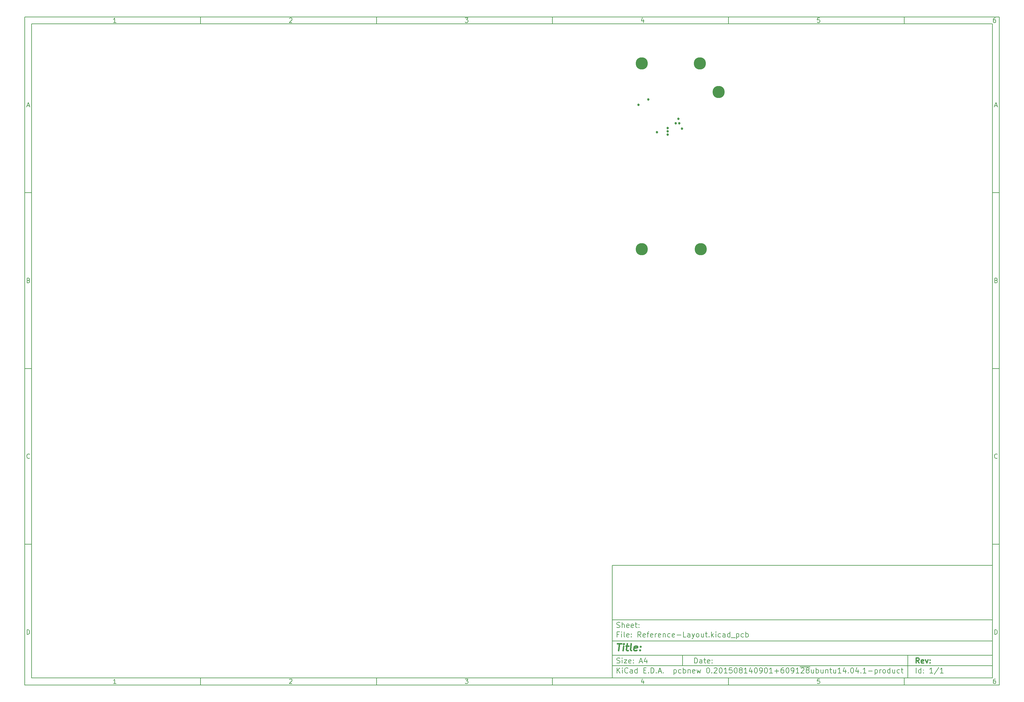
<source format=gbr>
G04 #@! TF.FileFunction,Copper,L10,Bot,Signal*
%FSLAX46Y46*%
G04 Gerber Fmt 4.6, Leading zero omitted, Abs format (unit mm)*
G04 Created by KiCad (PCBNEW 0.201508140901+6091~28~ubuntu14.04.1-product) date Tue 03 Nov 2015 04:29:36 AM PST*
%MOMM*%
G01*
G04 APERTURE LIST*
%ADD10C,0.076200*%
%ADD11C,0.150000*%
%ADD12C,0.300000*%
%ADD13C,0.400000*%
%ADD14C,1.320800*%
%ADD15C,3.479800*%
%ADD16C,0.685800*%
G04 APERTURE END LIST*
D10*
D11*
X177002200Y-166007200D02*
X177002200Y-198007200D01*
X285002200Y-198007200D01*
X285002200Y-166007200D01*
X177002200Y-166007200D01*
D10*
D11*
X10000000Y-10000000D02*
X10000000Y-200007200D01*
X287002200Y-200007200D01*
X287002200Y-10000000D01*
X10000000Y-10000000D01*
D10*
D11*
X12000000Y-12000000D02*
X12000000Y-198007200D01*
X285002200Y-198007200D01*
X285002200Y-12000000D01*
X12000000Y-12000000D01*
D10*
D11*
X60000000Y-12000000D02*
X60000000Y-10000000D01*
D10*
D11*
X110000000Y-12000000D02*
X110000000Y-10000000D01*
D10*
D11*
X160000000Y-12000000D02*
X160000000Y-10000000D01*
D10*
D11*
X210000000Y-12000000D02*
X210000000Y-10000000D01*
D10*
D11*
X260000000Y-12000000D02*
X260000000Y-10000000D01*
D10*
D11*
X35990476Y-11588095D02*
X35247619Y-11588095D01*
X35619048Y-11588095D02*
X35619048Y-10288095D01*
X35495238Y-10473810D01*
X35371429Y-10597619D01*
X35247619Y-10659524D01*
D10*
D11*
X85247619Y-10411905D02*
X85309524Y-10350000D01*
X85433333Y-10288095D01*
X85742857Y-10288095D01*
X85866667Y-10350000D01*
X85928571Y-10411905D01*
X85990476Y-10535714D01*
X85990476Y-10659524D01*
X85928571Y-10845238D01*
X85185714Y-11588095D01*
X85990476Y-11588095D01*
D10*
D11*
X135185714Y-10288095D02*
X135990476Y-10288095D01*
X135557143Y-10783333D01*
X135742857Y-10783333D01*
X135866667Y-10845238D01*
X135928571Y-10907143D01*
X135990476Y-11030952D01*
X135990476Y-11340476D01*
X135928571Y-11464286D01*
X135866667Y-11526190D01*
X135742857Y-11588095D01*
X135371429Y-11588095D01*
X135247619Y-11526190D01*
X135185714Y-11464286D01*
D10*
D11*
X185866667Y-10721429D02*
X185866667Y-11588095D01*
X185557143Y-10226190D02*
X185247619Y-11154762D01*
X186052381Y-11154762D01*
D10*
D11*
X235928571Y-10288095D02*
X235309524Y-10288095D01*
X235247619Y-10907143D01*
X235309524Y-10845238D01*
X235433333Y-10783333D01*
X235742857Y-10783333D01*
X235866667Y-10845238D01*
X235928571Y-10907143D01*
X235990476Y-11030952D01*
X235990476Y-11340476D01*
X235928571Y-11464286D01*
X235866667Y-11526190D01*
X235742857Y-11588095D01*
X235433333Y-11588095D01*
X235309524Y-11526190D01*
X235247619Y-11464286D01*
D10*
D11*
X285866667Y-10288095D02*
X285619048Y-10288095D01*
X285495238Y-10350000D01*
X285433333Y-10411905D01*
X285309524Y-10597619D01*
X285247619Y-10845238D01*
X285247619Y-11340476D01*
X285309524Y-11464286D01*
X285371429Y-11526190D01*
X285495238Y-11588095D01*
X285742857Y-11588095D01*
X285866667Y-11526190D01*
X285928571Y-11464286D01*
X285990476Y-11340476D01*
X285990476Y-11030952D01*
X285928571Y-10907143D01*
X285866667Y-10845238D01*
X285742857Y-10783333D01*
X285495238Y-10783333D01*
X285371429Y-10845238D01*
X285309524Y-10907143D01*
X285247619Y-11030952D01*
D10*
D11*
X60000000Y-198007200D02*
X60000000Y-200007200D01*
D10*
D11*
X110000000Y-198007200D02*
X110000000Y-200007200D01*
D10*
D11*
X160000000Y-198007200D02*
X160000000Y-200007200D01*
D10*
D11*
X210000000Y-198007200D02*
X210000000Y-200007200D01*
D10*
D11*
X260000000Y-198007200D02*
X260000000Y-200007200D01*
D10*
D11*
X35990476Y-199595295D02*
X35247619Y-199595295D01*
X35619048Y-199595295D02*
X35619048Y-198295295D01*
X35495238Y-198481010D01*
X35371429Y-198604819D01*
X35247619Y-198666724D01*
D10*
D11*
X85247619Y-198419105D02*
X85309524Y-198357200D01*
X85433333Y-198295295D01*
X85742857Y-198295295D01*
X85866667Y-198357200D01*
X85928571Y-198419105D01*
X85990476Y-198542914D01*
X85990476Y-198666724D01*
X85928571Y-198852438D01*
X85185714Y-199595295D01*
X85990476Y-199595295D01*
D10*
D11*
X135185714Y-198295295D02*
X135990476Y-198295295D01*
X135557143Y-198790533D01*
X135742857Y-198790533D01*
X135866667Y-198852438D01*
X135928571Y-198914343D01*
X135990476Y-199038152D01*
X135990476Y-199347676D01*
X135928571Y-199471486D01*
X135866667Y-199533390D01*
X135742857Y-199595295D01*
X135371429Y-199595295D01*
X135247619Y-199533390D01*
X135185714Y-199471486D01*
D10*
D11*
X185866667Y-198728629D02*
X185866667Y-199595295D01*
X185557143Y-198233390D02*
X185247619Y-199161962D01*
X186052381Y-199161962D01*
D10*
D11*
X235928571Y-198295295D02*
X235309524Y-198295295D01*
X235247619Y-198914343D01*
X235309524Y-198852438D01*
X235433333Y-198790533D01*
X235742857Y-198790533D01*
X235866667Y-198852438D01*
X235928571Y-198914343D01*
X235990476Y-199038152D01*
X235990476Y-199347676D01*
X235928571Y-199471486D01*
X235866667Y-199533390D01*
X235742857Y-199595295D01*
X235433333Y-199595295D01*
X235309524Y-199533390D01*
X235247619Y-199471486D01*
D10*
D11*
X285866667Y-198295295D02*
X285619048Y-198295295D01*
X285495238Y-198357200D01*
X285433333Y-198419105D01*
X285309524Y-198604819D01*
X285247619Y-198852438D01*
X285247619Y-199347676D01*
X285309524Y-199471486D01*
X285371429Y-199533390D01*
X285495238Y-199595295D01*
X285742857Y-199595295D01*
X285866667Y-199533390D01*
X285928571Y-199471486D01*
X285990476Y-199347676D01*
X285990476Y-199038152D01*
X285928571Y-198914343D01*
X285866667Y-198852438D01*
X285742857Y-198790533D01*
X285495238Y-198790533D01*
X285371429Y-198852438D01*
X285309524Y-198914343D01*
X285247619Y-199038152D01*
D10*
D11*
X10000000Y-60000000D02*
X12000000Y-60000000D01*
D10*
D11*
X10000000Y-110000000D02*
X12000000Y-110000000D01*
D10*
D11*
X10000000Y-160000000D02*
X12000000Y-160000000D01*
D10*
D11*
X10690476Y-35216667D02*
X11309524Y-35216667D01*
X10566667Y-35588095D02*
X11000000Y-34288095D01*
X11433333Y-35588095D01*
D10*
D11*
X11092857Y-84907143D02*
X11278571Y-84969048D01*
X11340476Y-85030952D01*
X11402381Y-85154762D01*
X11402381Y-85340476D01*
X11340476Y-85464286D01*
X11278571Y-85526190D01*
X11154762Y-85588095D01*
X10659524Y-85588095D01*
X10659524Y-84288095D01*
X11092857Y-84288095D01*
X11216667Y-84350000D01*
X11278571Y-84411905D01*
X11340476Y-84535714D01*
X11340476Y-84659524D01*
X11278571Y-84783333D01*
X11216667Y-84845238D01*
X11092857Y-84907143D01*
X10659524Y-84907143D01*
D10*
D11*
X11402381Y-135464286D02*
X11340476Y-135526190D01*
X11154762Y-135588095D01*
X11030952Y-135588095D01*
X10845238Y-135526190D01*
X10721429Y-135402381D01*
X10659524Y-135278571D01*
X10597619Y-135030952D01*
X10597619Y-134845238D01*
X10659524Y-134597619D01*
X10721429Y-134473810D01*
X10845238Y-134350000D01*
X11030952Y-134288095D01*
X11154762Y-134288095D01*
X11340476Y-134350000D01*
X11402381Y-134411905D01*
D10*
D11*
X10659524Y-185588095D02*
X10659524Y-184288095D01*
X10969048Y-184288095D01*
X11154762Y-184350000D01*
X11278571Y-184473810D01*
X11340476Y-184597619D01*
X11402381Y-184845238D01*
X11402381Y-185030952D01*
X11340476Y-185278571D01*
X11278571Y-185402381D01*
X11154762Y-185526190D01*
X10969048Y-185588095D01*
X10659524Y-185588095D01*
D10*
D11*
X287002200Y-60000000D02*
X285002200Y-60000000D01*
D10*
D11*
X287002200Y-110000000D02*
X285002200Y-110000000D01*
D10*
D11*
X287002200Y-160000000D02*
X285002200Y-160000000D01*
D10*
D11*
X285692676Y-35216667D02*
X286311724Y-35216667D01*
X285568867Y-35588095D02*
X286002200Y-34288095D01*
X286435533Y-35588095D01*
D10*
D11*
X286095057Y-84907143D02*
X286280771Y-84969048D01*
X286342676Y-85030952D01*
X286404581Y-85154762D01*
X286404581Y-85340476D01*
X286342676Y-85464286D01*
X286280771Y-85526190D01*
X286156962Y-85588095D01*
X285661724Y-85588095D01*
X285661724Y-84288095D01*
X286095057Y-84288095D01*
X286218867Y-84350000D01*
X286280771Y-84411905D01*
X286342676Y-84535714D01*
X286342676Y-84659524D01*
X286280771Y-84783333D01*
X286218867Y-84845238D01*
X286095057Y-84907143D01*
X285661724Y-84907143D01*
D10*
D11*
X286404581Y-135464286D02*
X286342676Y-135526190D01*
X286156962Y-135588095D01*
X286033152Y-135588095D01*
X285847438Y-135526190D01*
X285723629Y-135402381D01*
X285661724Y-135278571D01*
X285599819Y-135030952D01*
X285599819Y-134845238D01*
X285661724Y-134597619D01*
X285723629Y-134473810D01*
X285847438Y-134350000D01*
X286033152Y-134288095D01*
X286156962Y-134288095D01*
X286342676Y-134350000D01*
X286404581Y-134411905D01*
D10*
D11*
X285661724Y-185588095D02*
X285661724Y-184288095D01*
X285971248Y-184288095D01*
X286156962Y-184350000D01*
X286280771Y-184473810D01*
X286342676Y-184597619D01*
X286404581Y-184845238D01*
X286404581Y-185030952D01*
X286342676Y-185278571D01*
X286280771Y-185402381D01*
X286156962Y-185526190D01*
X285971248Y-185588095D01*
X285661724Y-185588095D01*
D10*
D11*
X200359343Y-193785771D02*
X200359343Y-192285771D01*
X200716486Y-192285771D01*
X200930771Y-192357200D01*
X201073629Y-192500057D01*
X201145057Y-192642914D01*
X201216486Y-192928629D01*
X201216486Y-193142914D01*
X201145057Y-193428629D01*
X201073629Y-193571486D01*
X200930771Y-193714343D01*
X200716486Y-193785771D01*
X200359343Y-193785771D01*
X202502200Y-193785771D02*
X202502200Y-193000057D01*
X202430771Y-192857200D01*
X202287914Y-192785771D01*
X202002200Y-192785771D01*
X201859343Y-192857200D01*
X202502200Y-193714343D02*
X202359343Y-193785771D01*
X202002200Y-193785771D01*
X201859343Y-193714343D01*
X201787914Y-193571486D01*
X201787914Y-193428629D01*
X201859343Y-193285771D01*
X202002200Y-193214343D01*
X202359343Y-193214343D01*
X202502200Y-193142914D01*
X203002200Y-192785771D02*
X203573629Y-192785771D01*
X203216486Y-192285771D02*
X203216486Y-193571486D01*
X203287914Y-193714343D01*
X203430772Y-193785771D01*
X203573629Y-193785771D01*
X204645057Y-193714343D02*
X204502200Y-193785771D01*
X204216486Y-193785771D01*
X204073629Y-193714343D01*
X204002200Y-193571486D01*
X204002200Y-193000057D01*
X204073629Y-192857200D01*
X204216486Y-192785771D01*
X204502200Y-192785771D01*
X204645057Y-192857200D01*
X204716486Y-193000057D01*
X204716486Y-193142914D01*
X204002200Y-193285771D01*
X205359343Y-193642914D02*
X205430771Y-193714343D01*
X205359343Y-193785771D01*
X205287914Y-193714343D01*
X205359343Y-193642914D01*
X205359343Y-193785771D01*
X205359343Y-192857200D02*
X205430771Y-192928629D01*
X205359343Y-193000057D01*
X205287914Y-192928629D01*
X205359343Y-192857200D01*
X205359343Y-193000057D01*
D10*
D11*
X177002200Y-194507200D02*
X285002200Y-194507200D01*
D10*
D11*
X178359343Y-196585771D02*
X178359343Y-195085771D01*
X179216486Y-196585771D02*
X178573629Y-195728629D01*
X179216486Y-195085771D02*
X178359343Y-195942914D01*
X179859343Y-196585771D02*
X179859343Y-195585771D01*
X179859343Y-195085771D02*
X179787914Y-195157200D01*
X179859343Y-195228629D01*
X179930771Y-195157200D01*
X179859343Y-195085771D01*
X179859343Y-195228629D01*
X181430772Y-196442914D02*
X181359343Y-196514343D01*
X181145057Y-196585771D01*
X181002200Y-196585771D01*
X180787915Y-196514343D01*
X180645057Y-196371486D01*
X180573629Y-196228629D01*
X180502200Y-195942914D01*
X180502200Y-195728629D01*
X180573629Y-195442914D01*
X180645057Y-195300057D01*
X180787915Y-195157200D01*
X181002200Y-195085771D01*
X181145057Y-195085771D01*
X181359343Y-195157200D01*
X181430772Y-195228629D01*
X182716486Y-196585771D02*
X182716486Y-195800057D01*
X182645057Y-195657200D01*
X182502200Y-195585771D01*
X182216486Y-195585771D01*
X182073629Y-195657200D01*
X182716486Y-196514343D02*
X182573629Y-196585771D01*
X182216486Y-196585771D01*
X182073629Y-196514343D01*
X182002200Y-196371486D01*
X182002200Y-196228629D01*
X182073629Y-196085771D01*
X182216486Y-196014343D01*
X182573629Y-196014343D01*
X182716486Y-195942914D01*
X184073629Y-196585771D02*
X184073629Y-195085771D01*
X184073629Y-196514343D02*
X183930772Y-196585771D01*
X183645058Y-196585771D01*
X183502200Y-196514343D01*
X183430772Y-196442914D01*
X183359343Y-196300057D01*
X183359343Y-195871486D01*
X183430772Y-195728629D01*
X183502200Y-195657200D01*
X183645058Y-195585771D01*
X183930772Y-195585771D01*
X184073629Y-195657200D01*
X185930772Y-195800057D02*
X186430772Y-195800057D01*
X186645058Y-196585771D02*
X185930772Y-196585771D01*
X185930772Y-195085771D01*
X186645058Y-195085771D01*
X187287915Y-196442914D02*
X187359343Y-196514343D01*
X187287915Y-196585771D01*
X187216486Y-196514343D01*
X187287915Y-196442914D01*
X187287915Y-196585771D01*
X188002201Y-196585771D02*
X188002201Y-195085771D01*
X188359344Y-195085771D01*
X188573629Y-195157200D01*
X188716487Y-195300057D01*
X188787915Y-195442914D01*
X188859344Y-195728629D01*
X188859344Y-195942914D01*
X188787915Y-196228629D01*
X188716487Y-196371486D01*
X188573629Y-196514343D01*
X188359344Y-196585771D01*
X188002201Y-196585771D01*
X189502201Y-196442914D02*
X189573629Y-196514343D01*
X189502201Y-196585771D01*
X189430772Y-196514343D01*
X189502201Y-196442914D01*
X189502201Y-196585771D01*
X190145058Y-196157200D02*
X190859344Y-196157200D01*
X190002201Y-196585771D02*
X190502201Y-195085771D01*
X191002201Y-196585771D01*
X191502201Y-196442914D02*
X191573629Y-196514343D01*
X191502201Y-196585771D01*
X191430772Y-196514343D01*
X191502201Y-196442914D01*
X191502201Y-196585771D01*
X194502201Y-195585771D02*
X194502201Y-197085771D01*
X194502201Y-195657200D02*
X194645058Y-195585771D01*
X194930772Y-195585771D01*
X195073629Y-195657200D01*
X195145058Y-195728629D01*
X195216487Y-195871486D01*
X195216487Y-196300057D01*
X195145058Y-196442914D01*
X195073629Y-196514343D01*
X194930772Y-196585771D01*
X194645058Y-196585771D01*
X194502201Y-196514343D01*
X196502201Y-196514343D02*
X196359344Y-196585771D01*
X196073630Y-196585771D01*
X195930772Y-196514343D01*
X195859344Y-196442914D01*
X195787915Y-196300057D01*
X195787915Y-195871486D01*
X195859344Y-195728629D01*
X195930772Y-195657200D01*
X196073630Y-195585771D01*
X196359344Y-195585771D01*
X196502201Y-195657200D01*
X197145058Y-196585771D02*
X197145058Y-195085771D01*
X197145058Y-195657200D02*
X197287915Y-195585771D01*
X197573629Y-195585771D01*
X197716486Y-195657200D01*
X197787915Y-195728629D01*
X197859344Y-195871486D01*
X197859344Y-196300057D01*
X197787915Y-196442914D01*
X197716486Y-196514343D01*
X197573629Y-196585771D01*
X197287915Y-196585771D01*
X197145058Y-196514343D01*
X198502201Y-195585771D02*
X198502201Y-196585771D01*
X198502201Y-195728629D02*
X198573629Y-195657200D01*
X198716487Y-195585771D01*
X198930772Y-195585771D01*
X199073629Y-195657200D01*
X199145058Y-195800057D01*
X199145058Y-196585771D01*
X200430772Y-196514343D02*
X200287915Y-196585771D01*
X200002201Y-196585771D01*
X199859344Y-196514343D01*
X199787915Y-196371486D01*
X199787915Y-195800057D01*
X199859344Y-195657200D01*
X200002201Y-195585771D01*
X200287915Y-195585771D01*
X200430772Y-195657200D01*
X200502201Y-195800057D01*
X200502201Y-195942914D01*
X199787915Y-196085771D01*
X201002201Y-195585771D02*
X201287915Y-196585771D01*
X201573629Y-195871486D01*
X201859344Y-196585771D01*
X202145058Y-195585771D01*
X204145058Y-195085771D02*
X204287915Y-195085771D01*
X204430772Y-195157200D01*
X204502201Y-195228629D01*
X204573630Y-195371486D01*
X204645058Y-195657200D01*
X204645058Y-196014343D01*
X204573630Y-196300057D01*
X204502201Y-196442914D01*
X204430772Y-196514343D01*
X204287915Y-196585771D01*
X204145058Y-196585771D01*
X204002201Y-196514343D01*
X203930772Y-196442914D01*
X203859344Y-196300057D01*
X203787915Y-196014343D01*
X203787915Y-195657200D01*
X203859344Y-195371486D01*
X203930772Y-195228629D01*
X204002201Y-195157200D01*
X204145058Y-195085771D01*
X205287915Y-196442914D02*
X205359343Y-196514343D01*
X205287915Y-196585771D01*
X205216486Y-196514343D01*
X205287915Y-196442914D01*
X205287915Y-196585771D01*
X205930772Y-195228629D02*
X206002201Y-195157200D01*
X206145058Y-195085771D01*
X206502201Y-195085771D01*
X206645058Y-195157200D01*
X206716487Y-195228629D01*
X206787915Y-195371486D01*
X206787915Y-195514343D01*
X206716487Y-195728629D01*
X205859344Y-196585771D01*
X206787915Y-196585771D01*
X207716486Y-195085771D02*
X207859343Y-195085771D01*
X208002200Y-195157200D01*
X208073629Y-195228629D01*
X208145058Y-195371486D01*
X208216486Y-195657200D01*
X208216486Y-196014343D01*
X208145058Y-196300057D01*
X208073629Y-196442914D01*
X208002200Y-196514343D01*
X207859343Y-196585771D01*
X207716486Y-196585771D01*
X207573629Y-196514343D01*
X207502200Y-196442914D01*
X207430772Y-196300057D01*
X207359343Y-196014343D01*
X207359343Y-195657200D01*
X207430772Y-195371486D01*
X207502200Y-195228629D01*
X207573629Y-195157200D01*
X207716486Y-195085771D01*
X209645057Y-196585771D02*
X208787914Y-196585771D01*
X209216486Y-196585771D02*
X209216486Y-195085771D01*
X209073629Y-195300057D01*
X208930771Y-195442914D01*
X208787914Y-195514343D01*
X211002200Y-195085771D02*
X210287914Y-195085771D01*
X210216485Y-195800057D01*
X210287914Y-195728629D01*
X210430771Y-195657200D01*
X210787914Y-195657200D01*
X210930771Y-195728629D01*
X211002200Y-195800057D01*
X211073628Y-195942914D01*
X211073628Y-196300057D01*
X211002200Y-196442914D01*
X210930771Y-196514343D01*
X210787914Y-196585771D01*
X210430771Y-196585771D01*
X210287914Y-196514343D01*
X210216485Y-196442914D01*
X212002199Y-195085771D02*
X212145056Y-195085771D01*
X212287913Y-195157200D01*
X212359342Y-195228629D01*
X212430771Y-195371486D01*
X212502199Y-195657200D01*
X212502199Y-196014343D01*
X212430771Y-196300057D01*
X212359342Y-196442914D01*
X212287913Y-196514343D01*
X212145056Y-196585771D01*
X212002199Y-196585771D01*
X211859342Y-196514343D01*
X211787913Y-196442914D01*
X211716485Y-196300057D01*
X211645056Y-196014343D01*
X211645056Y-195657200D01*
X211716485Y-195371486D01*
X211787913Y-195228629D01*
X211859342Y-195157200D01*
X212002199Y-195085771D01*
X213359342Y-195728629D02*
X213216484Y-195657200D01*
X213145056Y-195585771D01*
X213073627Y-195442914D01*
X213073627Y-195371486D01*
X213145056Y-195228629D01*
X213216484Y-195157200D01*
X213359342Y-195085771D01*
X213645056Y-195085771D01*
X213787913Y-195157200D01*
X213859342Y-195228629D01*
X213930770Y-195371486D01*
X213930770Y-195442914D01*
X213859342Y-195585771D01*
X213787913Y-195657200D01*
X213645056Y-195728629D01*
X213359342Y-195728629D01*
X213216484Y-195800057D01*
X213145056Y-195871486D01*
X213073627Y-196014343D01*
X213073627Y-196300057D01*
X213145056Y-196442914D01*
X213216484Y-196514343D01*
X213359342Y-196585771D01*
X213645056Y-196585771D01*
X213787913Y-196514343D01*
X213859342Y-196442914D01*
X213930770Y-196300057D01*
X213930770Y-196014343D01*
X213859342Y-195871486D01*
X213787913Y-195800057D01*
X213645056Y-195728629D01*
X215359341Y-196585771D02*
X214502198Y-196585771D01*
X214930770Y-196585771D02*
X214930770Y-195085771D01*
X214787913Y-195300057D01*
X214645055Y-195442914D01*
X214502198Y-195514343D01*
X216645055Y-195585771D02*
X216645055Y-196585771D01*
X216287912Y-195014343D02*
X215930769Y-196085771D01*
X216859341Y-196085771D01*
X217716483Y-195085771D02*
X217859340Y-195085771D01*
X218002197Y-195157200D01*
X218073626Y-195228629D01*
X218145055Y-195371486D01*
X218216483Y-195657200D01*
X218216483Y-196014343D01*
X218145055Y-196300057D01*
X218073626Y-196442914D01*
X218002197Y-196514343D01*
X217859340Y-196585771D01*
X217716483Y-196585771D01*
X217573626Y-196514343D01*
X217502197Y-196442914D01*
X217430769Y-196300057D01*
X217359340Y-196014343D01*
X217359340Y-195657200D01*
X217430769Y-195371486D01*
X217502197Y-195228629D01*
X217573626Y-195157200D01*
X217716483Y-195085771D01*
X218930768Y-196585771D02*
X219216483Y-196585771D01*
X219359340Y-196514343D01*
X219430768Y-196442914D01*
X219573626Y-196228629D01*
X219645054Y-195942914D01*
X219645054Y-195371486D01*
X219573626Y-195228629D01*
X219502197Y-195157200D01*
X219359340Y-195085771D01*
X219073626Y-195085771D01*
X218930768Y-195157200D01*
X218859340Y-195228629D01*
X218787911Y-195371486D01*
X218787911Y-195728629D01*
X218859340Y-195871486D01*
X218930768Y-195942914D01*
X219073626Y-196014343D01*
X219359340Y-196014343D01*
X219502197Y-195942914D01*
X219573626Y-195871486D01*
X219645054Y-195728629D01*
X220573625Y-195085771D02*
X220716482Y-195085771D01*
X220859339Y-195157200D01*
X220930768Y-195228629D01*
X221002197Y-195371486D01*
X221073625Y-195657200D01*
X221073625Y-196014343D01*
X221002197Y-196300057D01*
X220930768Y-196442914D01*
X220859339Y-196514343D01*
X220716482Y-196585771D01*
X220573625Y-196585771D01*
X220430768Y-196514343D01*
X220359339Y-196442914D01*
X220287911Y-196300057D01*
X220216482Y-196014343D01*
X220216482Y-195657200D01*
X220287911Y-195371486D01*
X220359339Y-195228629D01*
X220430768Y-195157200D01*
X220573625Y-195085771D01*
X222502196Y-196585771D02*
X221645053Y-196585771D01*
X222073625Y-196585771D02*
X222073625Y-195085771D01*
X221930768Y-195300057D01*
X221787910Y-195442914D01*
X221645053Y-195514343D01*
X223145053Y-196014343D02*
X224287910Y-196014343D01*
X223716481Y-196585771D02*
X223716481Y-195442914D01*
X225645053Y-195085771D02*
X225359339Y-195085771D01*
X225216482Y-195157200D01*
X225145053Y-195228629D01*
X225002196Y-195442914D01*
X224930767Y-195728629D01*
X224930767Y-196300057D01*
X225002196Y-196442914D01*
X225073624Y-196514343D01*
X225216482Y-196585771D01*
X225502196Y-196585771D01*
X225645053Y-196514343D01*
X225716482Y-196442914D01*
X225787910Y-196300057D01*
X225787910Y-195942914D01*
X225716482Y-195800057D01*
X225645053Y-195728629D01*
X225502196Y-195657200D01*
X225216482Y-195657200D01*
X225073624Y-195728629D01*
X225002196Y-195800057D01*
X224930767Y-195942914D01*
X226716481Y-195085771D02*
X226859338Y-195085771D01*
X227002195Y-195157200D01*
X227073624Y-195228629D01*
X227145053Y-195371486D01*
X227216481Y-195657200D01*
X227216481Y-196014343D01*
X227145053Y-196300057D01*
X227073624Y-196442914D01*
X227002195Y-196514343D01*
X226859338Y-196585771D01*
X226716481Y-196585771D01*
X226573624Y-196514343D01*
X226502195Y-196442914D01*
X226430767Y-196300057D01*
X226359338Y-196014343D01*
X226359338Y-195657200D01*
X226430767Y-195371486D01*
X226502195Y-195228629D01*
X226573624Y-195157200D01*
X226716481Y-195085771D01*
X227930766Y-196585771D02*
X228216481Y-196585771D01*
X228359338Y-196514343D01*
X228430766Y-196442914D01*
X228573624Y-196228629D01*
X228645052Y-195942914D01*
X228645052Y-195371486D01*
X228573624Y-195228629D01*
X228502195Y-195157200D01*
X228359338Y-195085771D01*
X228073624Y-195085771D01*
X227930766Y-195157200D01*
X227859338Y-195228629D01*
X227787909Y-195371486D01*
X227787909Y-195728629D01*
X227859338Y-195871486D01*
X227930766Y-195942914D01*
X228073624Y-196014343D01*
X228359338Y-196014343D01*
X228502195Y-195942914D01*
X228573624Y-195871486D01*
X228645052Y-195728629D01*
X230073623Y-196585771D02*
X229216480Y-196585771D01*
X229645052Y-196585771D02*
X229645052Y-195085771D01*
X229502195Y-195300057D01*
X229359337Y-195442914D01*
X229216480Y-195514343D01*
X230645051Y-195228629D02*
X230716480Y-195157200D01*
X230859337Y-195085771D01*
X231216480Y-195085771D01*
X231359337Y-195157200D01*
X231430766Y-195228629D01*
X231502194Y-195371486D01*
X231502194Y-195514343D01*
X231430766Y-195728629D01*
X230573623Y-196585771D01*
X231502194Y-196585771D01*
X232359337Y-195728629D02*
X232216479Y-195657200D01*
X232145051Y-195585771D01*
X232073622Y-195442914D01*
X232073622Y-195371486D01*
X232145051Y-195228629D01*
X232216479Y-195157200D01*
X232359337Y-195085771D01*
X232645051Y-195085771D01*
X232787908Y-195157200D01*
X232859337Y-195228629D01*
X232930765Y-195371486D01*
X232930765Y-195442914D01*
X232859337Y-195585771D01*
X232787908Y-195657200D01*
X232645051Y-195728629D01*
X232359337Y-195728629D01*
X232216479Y-195800057D01*
X232145051Y-195871486D01*
X232073622Y-196014343D01*
X232073622Y-196300057D01*
X232145051Y-196442914D01*
X232216479Y-196514343D01*
X232359337Y-196585771D01*
X232645051Y-196585771D01*
X232787908Y-196514343D01*
X232859337Y-196442914D01*
X232930765Y-196300057D01*
X232930765Y-196014343D01*
X232859337Y-195871486D01*
X232787908Y-195800057D01*
X232645051Y-195728629D01*
X230359337Y-194827200D02*
X233216479Y-194827200D01*
X234216479Y-195585771D02*
X234216479Y-196585771D01*
X233573622Y-195585771D02*
X233573622Y-196371486D01*
X233645050Y-196514343D01*
X233787908Y-196585771D01*
X234002193Y-196585771D01*
X234145050Y-196514343D01*
X234216479Y-196442914D01*
X234930765Y-196585771D02*
X234930765Y-195085771D01*
X234930765Y-195657200D02*
X235073622Y-195585771D01*
X235359336Y-195585771D01*
X235502193Y-195657200D01*
X235573622Y-195728629D01*
X235645051Y-195871486D01*
X235645051Y-196300057D01*
X235573622Y-196442914D01*
X235502193Y-196514343D01*
X235359336Y-196585771D01*
X235073622Y-196585771D01*
X234930765Y-196514343D01*
X236930765Y-195585771D02*
X236930765Y-196585771D01*
X236287908Y-195585771D02*
X236287908Y-196371486D01*
X236359336Y-196514343D01*
X236502194Y-196585771D01*
X236716479Y-196585771D01*
X236859336Y-196514343D01*
X236930765Y-196442914D01*
X237645051Y-195585771D02*
X237645051Y-196585771D01*
X237645051Y-195728629D02*
X237716479Y-195657200D01*
X237859337Y-195585771D01*
X238073622Y-195585771D01*
X238216479Y-195657200D01*
X238287908Y-195800057D01*
X238287908Y-196585771D01*
X238787908Y-195585771D02*
X239359337Y-195585771D01*
X239002194Y-195085771D02*
X239002194Y-196371486D01*
X239073622Y-196514343D01*
X239216480Y-196585771D01*
X239359337Y-196585771D01*
X240502194Y-195585771D02*
X240502194Y-196585771D01*
X239859337Y-195585771D02*
X239859337Y-196371486D01*
X239930765Y-196514343D01*
X240073623Y-196585771D01*
X240287908Y-196585771D01*
X240430765Y-196514343D01*
X240502194Y-196442914D01*
X242002194Y-196585771D02*
X241145051Y-196585771D01*
X241573623Y-196585771D02*
X241573623Y-195085771D01*
X241430766Y-195300057D01*
X241287908Y-195442914D01*
X241145051Y-195514343D01*
X243287908Y-195585771D02*
X243287908Y-196585771D01*
X242930765Y-195014343D02*
X242573622Y-196085771D01*
X243502194Y-196085771D01*
X244073622Y-196442914D02*
X244145050Y-196514343D01*
X244073622Y-196585771D01*
X244002193Y-196514343D01*
X244073622Y-196442914D01*
X244073622Y-196585771D01*
X245073622Y-195085771D02*
X245216479Y-195085771D01*
X245359336Y-195157200D01*
X245430765Y-195228629D01*
X245502194Y-195371486D01*
X245573622Y-195657200D01*
X245573622Y-196014343D01*
X245502194Y-196300057D01*
X245430765Y-196442914D01*
X245359336Y-196514343D01*
X245216479Y-196585771D01*
X245073622Y-196585771D01*
X244930765Y-196514343D01*
X244859336Y-196442914D01*
X244787908Y-196300057D01*
X244716479Y-196014343D01*
X244716479Y-195657200D01*
X244787908Y-195371486D01*
X244859336Y-195228629D01*
X244930765Y-195157200D01*
X245073622Y-195085771D01*
X246859336Y-195585771D02*
X246859336Y-196585771D01*
X246502193Y-195014343D02*
X246145050Y-196085771D01*
X247073622Y-196085771D01*
X247645050Y-196442914D02*
X247716478Y-196514343D01*
X247645050Y-196585771D01*
X247573621Y-196514343D01*
X247645050Y-196442914D01*
X247645050Y-196585771D01*
X249145050Y-196585771D02*
X248287907Y-196585771D01*
X248716479Y-196585771D02*
X248716479Y-195085771D01*
X248573622Y-195300057D01*
X248430764Y-195442914D01*
X248287907Y-195514343D01*
X249787907Y-196014343D02*
X250930764Y-196014343D01*
X251645050Y-195585771D02*
X251645050Y-197085771D01*
X251645050Y-195657200D02*
X251787907Y-195585771D01*
X252073621Y-195585771D01*
X252216478Y-195657200D01*
X252287907Y-195728629D01*
X252359336Y-195871486D01*
X252359336Y-196300057D01*
X252287907Y-196442914D01*
X252216478Y-196514343D01*
X252073621Y-196585771D01*
X251787907Y-196585771D01*
X251645050Y-196514343D01*
X253002193Y-196585771D02*
X253002193Y-195585771D01*
X253002193Y-195871486D02*
X253073621Y-195728629D01*
X253145050Y-195657200D01*
X253287907Y-195585771D01*
X253430764Y-195585771D01*
X254145050Y-196585771D02*
X254002192Y-196514343D01*
X253930764Y-196442914D01*
X253859335Y-196300057D01*
X253859335Y-195871486D01*
X253930764Y-195728629D01*
X254002192Y-195657200D01*
X254145050Y-195585771D01*
X254359335Y-195585771D01*
X254502192Y-195657200D01*
X254573621Y-195728629D01*
X254645050Y-195871486D01*
X254645050Y-196300057D01*
X254573621Y-196442914D01*
X254502192Y-196514343D01*
X254359335Y-196585771D01*
X254145050Y-196585771D01*
X255930764Y-196585771D02*
X255930764Y-195085771D01*
X255930764Y-196514343D02*
X255787907Y-196585771D01*
X255502193Y-196585771D01*
X255359335Y-196514343D01*
X255287907Y-196442914D01*
X255216478Y-196300057D01*
X255216478Y-195871486D01*
X255287907Y-195728629D01*
X255359335Y-195657200D01*
X255502193Y-195585771D01*
X255787907Y-195585771D01*
X255930764Y-195657200D01*
X257287907Y-195585771D02*
X257287907Y-196585771D01*
X256645050Y-195585771D02*
X256645050Y-196371486D01*
X256716478Y-196514343D01*
X256859336Y-196585771D01*
X257073621Y-196585771D01*
X257216478Y-196514343D01*
X257287907Y-196442914D01*
X258645050Y-196514343D02*
X258502193Y-196585771D01*
X258216479Y-196585771D01*
X258073621Y-196514343D01*
X258002193Y-196442914D01*
X257930764Y-196300057D01*
X257930764Y-195871486D01*
X258002193Y-195728629D01*
X258073621Y-195657200D01*
X258216479Y-195585771D01*
X258502193Y-195585771D01*
X258645050Y-195657200D01*
X259073621Y-195585771D02*
X259645050Y-195585771D01*
X259287907Y-195085771D02*
X259287907Y-196371486D01*
X259359335Y-196514343D01*
X259502193Y-196585771D01*
X259645050Y-196585771D01*
D10*
D11*
X177002200Y-191507200D02*
X285002200Y-191507200D01*
D10*
D12*
X264216486Y-193785771D02*
X263716486Y-193071486D01*
X263359343Y-193785771D02*
X263359343Y-192285771D01*
X263930771Y-192285771D01*
X264073629Y-192357200D01*
X264145057Y-192428629D01*
X264216486Y-192571486D01*
X264216486Y-192785771D01*
X264145057Y-192928629D01*
X264073629Y-193000057D01*
X263930771Y-193071486D01*
X263359343Y-193071486D01*
X265430771Y-193714343D02*
X265287914Y-193785771D01*
X265002200Y-193785771D01*
X264859343Y-193714343D01*
X264787914Y-193571486D01*
X264787914Y-193000057D01*
X264859343Y-192857200D01*
X265002200Y-192785771D01*
X265287914Y-192785771D01*
X265430771Y-192857200D01*
X265502200Y-193000057D01*
X265502200Y-193142914D01*
X264787914Y-193285771D01*
X266002200Y-192785771D02*
X266359343Y-193785771D01*
X266716485Y-192785771D01*
X267287914Y-193642914D02*
X267359342Y-193714343D01*
X267287914Y-193785771D01*
X267216485Y-193714343D01*
X267287914Y-193642914D01*
X267287914Y-193785771D01*
X267287914Y-192857200D02*
X267359342Y-192928629D01*
X267287914Y-193000057D01*
X267216485Y-192928629D01*
X267287914Y-192857200D01*
X267287914Y-193000057D01*
D10*
D11*
X178287914Y-193714343D02*
X178502200Y-193785771D01*
X178859343Y-193785771D01*
X179002200Y-193714343D01*
X179073629Y-193642914D01*
X179145057Y-193500057D01*
X179145057Y-193357200D01*
X179073629Y-193214343D01*
X179002200Y-193142914D01*
X178859343Y-193071486D01*
X178573629Y-193000057D01*
X178430771Y-192928629D01*
X178359343Y-192857200D01*
X178287914Y-192714343D01*
X178287914Y-192571486D01*
X178359343Y-192428629D01*
X178430771Y-192357200D01*
X178573629Y-192285771D01*
X178930771Y-192285771D01*
X179145057Y-192357200D01*
X179787914Y-193785771D02*
X179787914Y-192785771D01*
X179787914Y-192285771D02*
X179716485Y-192357200D01*
X179787914Y-192428629D01*
X179859342Y-192357200D01*
X179787914Y-192285771D01*
X179787914Y-192428629D01*
X180359343Y-192785771D02*
X181145057Y-192785771D01*
X180359343Y-193785771D01*
X181145057Y-193785771D01*
X182287914Y-193714343D02*
X182145057Y-193785771D01*
X181859343Y-193785771D01*
X181716486Y-193714343D01*
X181645057Y-193571486D01*
X181645057Y-193000057D01*
X181716486Y-192857200D01*
X181859343Y-192785771D01*
X182145057Y-192785771D01*
X182287914Y-192857200D01*
X182359343Y-193000057D01*
X182359343Y-193142914D01*
X181645057Y-193285771D01*
X183002200Y-193642914D02*
X183073628Y-193714343D01*
X183002200Y-193785771D01*
X182930771Y-193714343D01*
X183002200Y-193642914D01*
X183002200Y-193785771D01*
X183002200Y-192857200D02*
X183073628Y-192928629D01*
X183002200Y-193000057D01*
X182930771Y-192928629D01*
X183002200Y-192857200D01*
X183002200Y-193000057D01*
X184787914Y-193357200D02*
X185502200Y-193357200D01*
X184645057Y-193785771D02*
X185145057Y-192285771D01*
X185645057Y-193785771D01*
X186787914Y-192785771D02*
X186787914Y-193785771D01*
X186430771Y-192214343D02*
X186073628Y-193285771D01*
X187002200Y-193285771D01*
D10*
D11*
X263359343Y-196585771D02*
X263359343Y-195085771D01*
X264716486Y-196585771D02*
X264716486Y-195085771D01*
X264716486Y-196514343D02*
X264573629Y-196585771D01*
X264287915Y-196585771D01*
X264145057Y-196514343D01*
X264073629Y-196442914D01*
X264002200Y-196300057D01*
X264002200Y-195871486D01*
X264073629Y-195728629D01*
X264145057Y-195657200D01*
X264287915Y-195585771D01*
X264573629Y-195585771D01*
X264716486Y-195657200D01*
X265430772Y-196442914D02*
X265502200Y-196514343D01*
X265430772Y-196585771D01*
X265359343Y-196514343D01*
X265430772Y-196442914D01*
X265430772Y-196585771D01*
X265430772Y-195657200D02*
X265502200Y-195728629D01*
X265430772Y-195800057D01*
X265359343Y-195728629D01*
X265430772Y-195657200D01*
X265430772Y-195800057D01*
X268073629Y-196585771D02*
X267216486Y-196585771D01*
X267645058Y-196585771D02*
X267645058Y-195085771D01*
X267502201Y-195300057D01*
X267359343Y-195442914D01*
X267216486Y-195514343D01*
X269787914Y-195014343D02*
X268502200Y-196942914D01*
X271073629Y-196585771D02*
X270216486Y-196585771D01*
X270645058Y-196585771D02*
X270645058Y-195085771D01*
X270502201Y-195300057D01*
X270359343Y-195442914D01*
X270216486Y-195514343D01*
D10*
D11*
X177002200Y-187507200D02*
X285002200Y-187507200D01*
D10*
D13*
X178454581Y-188211962D02*
X179597438Y-188211962D01*
X178776010Y-190211962D02*
X179026010Y-188211962D01*
X180014105Y-190211962D02*
X180180771Y-188878629D01*
X180264105Y-188211962D02*
X180156962Y-188307200D01*
X180240295Y-188402438D01*
X180347439Y-188307200D01*
X180264105Y-188211962D01*
X180240295Y-188402438D01*
X180847438Y-188878629D02*
X181609343Y-188878629D01*
X181216486Y-188211962D02*
X181002200Y-189926248D01*
X181073630Y-190116724D01*
X181252201Y-190211962D01*
X181442677Y-190211962D01*
X182395058Y-190211962D02*
X182216487Y-190116724D01*
X182145057Y-189926248D01*
X182359343Y-188211962D01*
X183930772Y-190116724D02*
X183728391Y-190211962D01*
X183347439Y-190211962D01*
X183168867Y-190116724D01*
X183097438Y-189926248D01*
X183192676Y-189164343D01*
X183311724Y-188973867D01*
X183514105Y-188878629D01*
X183895057Y-188878629D01*
X184073629Y-188973867D01*
X184145057Y-189164343D01*
X184121248Y-189354819D01*
X183145057Y-189545295D01*
X184895057Y-190021486D02*
X184978392Y-190116724D01*
X184871248Y-190211962D01*
X184787915Y-190116724D01*
X184895057Y-190021486D01*
X184871248Y-190211962D01*
X185026010Y-188973867D02*
X185109344Y-189069105D01*
X185002200Y-189164343D01*
X184918867Y-189069105D01*
X185026010Y-188973867D01*
X185002200Y-189164343D01*
D10*
D11*
X178859343Y-185600057D02*
X178359343Y-185600057D01*
X178359343Y-186385771D02*
X178359343Y-184885771D01*
X179073629Y-184885771D01*
X179645057Y-186385771D02*
X179645057Y-185385771D01*
X179645057Y-184885771D02*
X179573628Y-184957200D01*
X179645057Y-185028629D01*
X179716485Y-184957200D01*
X179645057Y-184885771D01*
X179645057Y-185028629D01*
X180573629Y-186385771D02*
X180430771Y-186314343D01*
X180359343Y-186171486D01*
X180359343Y-184885771D01*
X181716485Y-186314343D02*
X181573628Y-186385771D01*
X181287914Y-186385771D01*
X181145057Y-186314343D01*
X181073628Y-186171486D01*
X181073628Y-185600057D01*
X181145057Y-185457200D01*
X181287914Y-185385771D01*
X181573628Y-185385771D01*
X181716485Y-185457200D01*
X181787914Y-185600057D01*
X181787914Y-185742914D01*
X181073628Y-185885771D01*
X182430771Y-186242914D02*
X182502199Y-186314343D01*
X182430771Y-186385771D01*
X182359342Y-186314343D01*
X182430771Y-186242914D01*
X182430771Y-186385771D01*
X182430771Y-185457200D02*
X182502199Y-185528629D01*
X182430771Y-185600057D01*
X182359342Y-185528629D01*
X182430771Y-185457200D01*
X182430771Y-185600057D01*
X185145057Y-186385771D02*
X184645057Y-185671486D01*
X184287914Y-186385771D02*
X184287914Y-184885771D01*
X184859342Y-184885771D01*
X185002200Y-184957200D01*
X185073628Y-185028629D01*
X185145057Y-185171486D01*
X185145057Y-185385771D01*
X185073628Y-185528629D01*
X185002200Y-185600057D01*
X184859342Y-185671486D01*
X184287914Y-185671486D01*
X186359342Y-186314343D02*
X186216485Y-186385771D01*
X185930771Y-186385771D01*
X185787914Y-186314343D01*
X185716485Y-186171486D01*
X185716485Y-185600057D01*
X185787914Y-185457200D01*
X185930771Y-185385771D01*
X186216485Y-185385771D01*
X186359342Y-185457200D01*
X186430771Y-185600057D01*
X186430771Y-185742914D01*
X185716485Y-185885771D01*
X186859342Y-185385771D02*
X187430771Y-185385771D01*
X187073628Y-186385771D02*
X187073628Y-185100057D01*
X187145056Y-184957200D01*
X187287914Y-184885771D01*
X187430771Y-184885771D01*
X188502199Y-186314343D02*
X188359342Y-186385771D01*
X188073628Y-186385771D01*
X187930771Y-186314343D01*
X187859342Y-186171486D01*
X187859342Y-185600057D01*
X187930771Y-185457200D01*
X188073628Y-185385771D01*
X188359342Y-185385771D01*
X188502199Y-185457200D01*
X188573628Y-185600057D01*
X188573628Y-185742914D01*
X187859342Y-185885771D01*
X189216485Y-186385771D02*
X189216485Y-185385771D01*
X189216485Y-185671486D02*
X189287913Y-185528629D01*
X189359342Y-185457200D01*
X189502199Y-185385771D01*
X189645056Y-185385771D01*
X190716484Y-186314343D02*
X190573627Y-186385771D01*
X190287913Y-186385771D01*
X190145056Y-186314343D01*
X190073627Y-186171486D01*
X190073627Y-185600057D01*
X190145056Y-185457200D01*
X190287913Y-185385771D01*
X190573627Y-185385771D01*
X190716484Y-185457200D01*
X190787913Y-185600057D01*
X190787913Y-185742914D01*
X190073627Y-185885771D01*
X191430770Y-185385771D02*
X191430770Y-186385771D01*
X191430770Y-185528629D02*
X191502198Y-185457200D01*
X191645056Y-185385771D01*
X191859341Y-185385771D01*
X192002198Y-185457200D01*
X192073627Y-185600057D01*
X192073627Y-186385771D01*
X193430770Y-186314343D02*
X193287913Y-186385771D01*
X193002199Y-186385771D01*
X192859341Y-186314343D01*
X192787913Y-186242914D01*
X192716484Y-186100057D01*
X192716484Y-185671486D01*
X192787913Y-185528629D01*
X192859341Y-185457200D01*
X193002199Y-185385771D01*
X193287913Y-185385771D01*
X193430770Y-185457200D01*
X194645055Y-186314343D02*
X194502198Y-186385771D01*
X194216484Y-186385771D01*
X194073627Y-186314343D01*
X194002198Y-186171486D01*
X194002198Y-185600057D01*
X194073627Y-185457200D01*
X194216484Y-185385771D01*
X194502198Y-185385771D01*
X194645055Y-185457200D01*
X194716484Y-185600057D01*
X194716484Y-185742914D01*
X194002198Y-185885771D01*
X195359341Y-185814343D02*
X196502198Y-185814343D01*
X197930770Y-186385771D02*
X197216484Y-186385771D01*
X197216484Y-184885771D01*
X199073627Y-186385771D02*
X199073627Y-185600057D01*
X199002198Y-185457200D01*
X198859341Y-185385771D01*
X198573627Y-185385771D01*
X198430770Y-185457200D01*
X199073627Y-186314343D02*
X198930770Y-186385771D01*
X198573627Y-186385771D01*
X198430770Y-186314343D01*
X198359341Y-186171486D01*
X198359341Y-186028629D01*
X198430770Y-185885771D01*
X198573627Y-185814343D01*
X198930770Y-185814343D01*
X199073627Y-185742914D01*
X199645056Y-185385771D02*
X200002199Y-186385771D01*
X200359341Y-185385771D02*
X200002199Y-186385771D01*
X199859341Y-186742914D01*
X199787913Y-186814343D01*
X199645056Y-186885771D01*
X201145056Y-186385771D02*
X201002198Y-186314343D01*
X200930770Y-186242914D01*
X200859341Y-186100057D01*
X200859341Y-185671486D01*
X200930770Y-185528629D01*
X201002198Y-185457200D01*
X201145056Y-185385771D01*
X201359341Y-185385771D01*
X201502198Y-185457200D01*
X201573627Y-185528629D01*
X201645056Y-185671486D01*
X201645056Y-186100057D01*
X201573627Y-186242914D01*
X201502198Y-186314343D01*
X201359341Y-186385771D01*
X201145056Y-186385771D01*
X202930770Y-185385771D02*
X202930770Y-186385771D01*
X202287913Y-185385771D02*
X202287913Y-186171486D01*
X202359341Y-186314343D01*
X202502199Y-186385771D01*
X202716484Y-186385771D01*
X202859341Y-186314343D01*
X202930770Y-186242914D01*
X203430770Y-185385771D02*
X204002199Y-185385771D01*
X203645056Y-184885771D02*
X203645056Y-186171486D01*
X203716484Y-186314343D01*
X203859342Y-186385771D01*
X204002199Y-186385771D01*
X204502199Y-186242914D02*
X204573627Y-186314343D01*
X204502199Y-186385771D01*
X204430770Y-186314343D01*
X204502199Y-186242914D01*
X204502199Y-186385771D01*
X205216485Y-186385771D02*
X205216485Y-184885771D01*
X205359342Y-185814343D02*
X205787913Y-186385771D01*
X205787913Y-185385771D02*
X205216485Y-185957200D01*
X206430771Y-186385771D02*
X206430771Y-185385771D01*
X206430771Y-184885771D02*
X206359342Y-184957200D01*
X206430771Y-185028629D01*
X206502199Y-184957200D01*
X206430771Y-184885771D01*
X206430771Y-185028629D01*
X207787914Y-186314343D02*
X207645057Y-186385771D01*
X207359343Y-186385771D01*
X207216485Y-186314343D01*
X207145057Y-186242914D01*
X207073628Y-186100057D01*
X207073628Y-185671486D01*
X207145057Y-185528629D01*
X207216485Y-185457200D01*
X207359343Y-185385771D01*
X207645057Y-185385771D01*
X207787914Y-185457200D01*
X209073628Y-186385771D02*
X209073628Y-185600057D01*
X209002199Y-185457200D01*
X208859342Y-185385771D01*
X208573628Y-185385771D01*
X208430771Y-185457200D01*
X209073628Y-186314343D02*
X208930771Y-186385771D01*
X208573628Y-186385771D01*
X208430771Y-186314343D01*
X208359342Y-186171486D01*
X208359342Y-186028629D01*
X208430771Y-185885771D01*
X208573628Y-185814343D01*
X208930771Y-185814343D01*
X209073628Y-185742914D01*
X210430771Y-186385771D02*
X210430771Y-184885771D01*
X210430771Y-186314343D02*
X210287914Y-186385771D01*
X210002200Y-186385771D01*
X209859342Y-186314343D01*
X209787914Y-186242914D01*
X209716485Y-186100057D01*
X209716485Y-185671486D01*
X209787914Y-185528629D01*
X209859342Y-185457200D01*
X210002200Y-185385771D01*
X210287914Y-185385771D01*
X210430771Y-185457200D01*
X210787914Y-186528629D02*
X211930771Y-186528629D01*
X212287914Y-185385771D02*
X212287914Y-186885771D01*
X212287914Y-185457200D02*
X212430771Y-185385771D01*
X212716485Y-185385771D01*
X212859342Y-185457200D01*
X212930771Y-185528629D01*
X213002200Y-185671486D01*
X213002200Y-186100057D01*
X212930771Y-186242914D01*
X212859342Y-186314343D01*
X212716485Y-186385771D01*
X212430771Y-186385771D01*
X212287914Y-186314343D01*
X214287914Y-186314343D02*
X214145057Y-186385771D01*
X213859343Y-186385771D01*
X213716485Y-186314343D01*
X213645057Y-186242914D01*
X213573628Y-186100057D01*
X213573628Y-185671486D01*
X213645057Y-185528629D01*
X213716485Y-185457200D01*
X213859343Y-185385771D01*
X214145057Y-185385771D01*
X214287914Y-185457200D01*
X214930771Y-186385771D02*
X214930771Y-184885771D01*
X214930771Y-185457200D02*
X215073628Y-185385771D01*
X215359342Y-185385771D01*
X215502199Y-185457200D01*
X215573628Y-185528629D01*
X215645057Y-185671486D01*
X215645057Y-186100057D01*
X215573628Y-186242914D01*
X215502199Y-186314343D01*
X215359342Y-186385771D01*
X215073628Y-186385771D01*
X214930771Y-186314343D01*
D10*
D11*
X177002200Y-181507200D02*
X285002200Y-181507200D01*
D10*
D11*
X178287914Y-183614343D02*
X178502200Y-183685771D01*
X178859343Y-183685771D01*
X179002200Y-183614343D01*
X179073629Y-183542914D01*
X179145057Y-183400057D01*
X179145057Y-183257200D01*
X179073629Y-183114343D01*
X179002200Y-183042914D01*
X178859343Y-182971486D01*
X178573629Y-182900057D01*
X178430771Y-182828629D01*
X178359343Y-182757200D01*
X178287914Y-182614343D01*
X178287914Y-182471486D01*
X178359343Y-182328629D01*
X178430771Y-182257200D01*
X178573629Y-182185771D01*
X178930771Y-182185771D01*
X179145057Y-182257200D01*
X179787914Y-183685771D02*
X179787914Y-182185771D01*
X180430771Y-183685771D02*
X180430771Y-182900057D01*
X180359342Y-182757200D01*
X180216485Y-182685771D01*
X180002200Y-182685771D01*
X179859342Y-182757200D01*
X179787914Y-182828629D01*
X181716485Y-183614343D02*
X181573628Y-183685771D01*
X181287914Y-183685771D01*
X181145057Y-183614343D01*
X181073628Y-183471486D01*
X181073628Y-182900057D01*
X181145057Y-182757200D01*
X181287914Y-182685771D01*
X181573628Y-182685771D01*
X181716485Y-182757200D01*
X181787914Y-182900057D01*
X181787914Y-183042914D01*
X181073628Y-183185771D01*
X183002199Y-183614343D02*
X182859342Y-183685771D01*
X182573628Y-183685771D01*
X182430771Y-183614343D01*
X182359342Y-183471486D01*
X182359342Y-182900057D01*
X182430771Y-182757200D01*
X182573628Y-182685771D01*
X182859342Y-182685771D01*
X183002199Y-182757200D01*
X183073628Y-182900057D01*
X183073628Y-183042914D01*
X182359342Y-183185771D01*
X183502199Y-182685771D02*
X184073628Y-182685771D01*
X183716485Y-182185771D02*
X183716485Y-183471486D01*
X183787913Y-183614343D01*
X183930771Y-183685771D01*
X184073628Y-183685771D01*
X184573628Y-183542914D02*
X184645056Y-183614343D01*
X184573628Y-183685771D01*
X184502199Y-183614343D01*
X184573628Y-183542914D01*
X184573628Y-183685771D01*
X184573628Y-182757200D02*
X184645056Y-182828629D01*
X184573628Y-182900057D01*
X184502199Y-182828629D01*
X184573628Y-182757200D01*
X184573628Y-182900057D01*
D10*
D11*
X197002200Y-191507200D02*
X197002200Y-194507200D01*
D10*
D11*
X261002200Y-191507200D02*
X261002200Y-198007200D01*
D14*
X201815700Y-23241000D03*
X185280300Y-23241000D03*
X185280300Y-76098400D03*
X202044300Y-76098400D03*
X207149700Y-31369000D03*
D15*
X202095100Y-76047600D03*
D16*
X192697100Y-41630600D03*
X192697100Y-42519600D03*
X192697100Y-43434000D03*
X187236100Y-33502600D03*
D15*
X185331100Y-23215600D03*
X185331100Y-76047600D03*
D16*
X189649100Y-42773600D03*
X195745100Y-38963600D03*
X196761100Y-41757600D03*
D15*
X201841100Y-23215600D03*
D16*
X184442100Y-35026600D03*
X194983100Y-40233600D03*
X195999100Y-40233600D03*
D15*
X207175100Y-31343600D03*
M02*

</source>
